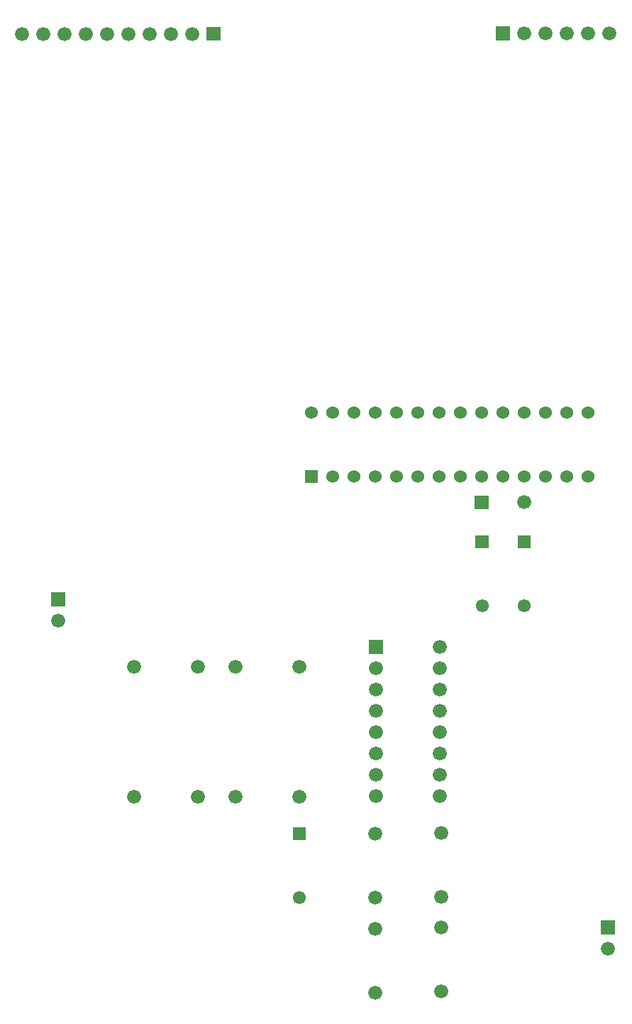
<source format=gbr>
G04 start of page 5 for group -4062 idx -4062 *
G04 Title: rolin, soldermask *
G04 Creator: pcb 20091103 *
G04 CreationDate: vie 16 abr 2010 18:34:02 GMT UTC *
G04 For: jegc *
G04 Format: Gerber/RS-274X *
G04 PCB-Dimensions: 314961 629921 *
G04 PCB-Coordinate-Origin: lower left *
%MOIN*%
%FSLAX25Y25*%
%LNBACKMASK*%
%ADD12C,0.0200*%
%ADD13C,0.0600*%
%ADD19C,0.0660*%
%ADD20C,0.0610*%
G54D12*G36*
X238236Y598930D02*Y592330D01*
X244836D01*
Y598930D01*
X238236D01*
G37*
G54D19*X251536Y595630D03*
X261536D03*
X271536D03*
X281536D03*
X291536D03*
G54D12*G36*
X248389Y360108D02*Y354008D01*
X254489D01*
Y360108D01*
X248389D01*
G37*
G36*
X228579Y360016D02*Y353916D01*
X234679D01*
Y360016D01*
X228579D01*
G37*
G36*
X228250Y378836D02*Y372236D01*
X234850D01*
Y378836D01*
X228250D01*
G37*
G54D19*X251550Y375536D03*
G54D20*X251439Y327058D03*
X231629Y326966D03*
G54D13*X241576Y387569D03*
X251576D03*
X261576D03*
X271576D03*
X281576D03*
G54D12*G36*
X287527Y179323D02*Y172723D01*
X294127D01*
Y179323D01*
X287527D01*
G37*
G54D19*X290827Y166023D03*
G54D13*X241576Y417569D03*
X251576D03*
X261576D03*
X271576D03*
X281576D03*
G54D12*G36*
X178355Y310897D02*Y304297D01*
X184955D01*
Y310897D01*
X178355D01*
G37*
G54D19*X181655Y297597D03*
Y287597D03*
Y277597D03*
Y267597D03*
X211655D03*
Y277597D03*
Y287597D03*
Y297597D03*
Y307597D03*
X181655Y257597D03*
X211655D03*
X181655Y247597D03*
Y237597D03*
X211655D03*
Y247597D03*
X181469Y190093D03*
Y220093D03*
X181548Y145449D03*
Y175449D03*
X212296Y190331D03*
Y220331D03*
X212336Y145922D03*
Y175922D03*
G54D12*G36*
X102173Y598812D02*Y592212D01*
X108773D01*
Y598812D01*
X102173D01*
G37*
G54D19*X95473Y595512D03*
X85473D03*
G54D12*G36*
X148576Y390569D02*Y384569D01*
X154576D01*
Y390569D01*
X148576D01*
G37*
G54D13*X151576Y417569D03*
G54D12*G36*
X142622Y223167D02*Y217067D01*
X148722D01*
Y223167D01*
X142622D01*
G37*
G54D20*X145672Y190117D03*
G54D19*X98126Y298295D03*
X115765Y298256D03*
X98204Y237468D03*
X115802D03*
X145765Y298256D03*
X145802Y237468D03*
X75473Y595512D03*
X65473D03*
X55473D03*
X45473D03*
X35473D03*
X25473D03*
X15473D03*
G54D12*G36*
X29259Y333417D02*Y326817D01*
X35859D01*
Y333417D01*
X29259D01*
G37*
G54D19*X32559Y320117D03*
X68126Y298295D03*
X68204Y237468D03*
G54D13*X161576Y387569D03*
X171576D03*
X181576D03*
X191576D03*
X201576D03*
X211576D03*
X221576D03*
X231576D03*
Y417569D03*
X221576D03*
X211576D03*
X201576D03*
X191576D03*
X181576D03*
X171576D03*
X161576D03*
M02*

</source>
